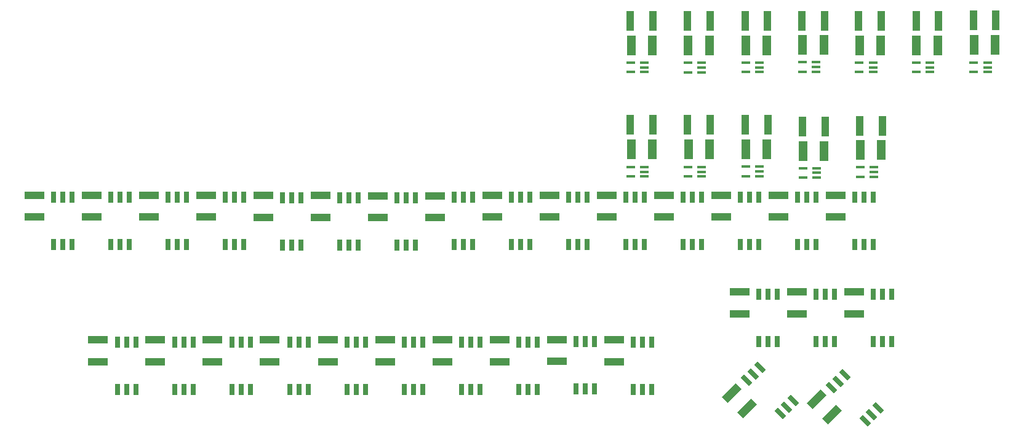
<source format=gbr>
%TF.GenerationSoftware,KiCad,Pcbnew,7.0.2-0*%
%TF.CreationDate,2023-04-25T00:34:15+03:00*%
%TF.ProjectId,PLC-CIM,504c432d-4349-44d2-9e6b-696361645f70,rev?*%
%TF.SameCoordinates,Original*%
%TF.FileFunction,Paste,Top*%
%TF.FilePolarity,Positive*%
%FSLAX46Y46*%
G04 Gerber Fmt 4.6, Leading zero omitted, Abs format (unit mm)*
G04 Created by KiCad (PCBNEW 7.0.2-0) date 2023-04-25 00:34:15*
%MOMM*%
%LPD*%
G01*
G04 APERTURE LIST*
G04 Aperture macros list*
%AMRotRect*
0 Rectangle, with rotation*
0 The origin of the aperture is its center*
0 $1 length*
0 $2 width*
0 $3 Rotation angle, in degrees counterclockwise*
0 Add horizontal line*
21,1,$1,$2,0,0,$3*%
G04 Aperture macros list end*
%ADD10R,0.700000X1.650000*%
%ADD11R,2.700000X1.100000*%
%ADD12RotRect,1.100000X2.700000X315.000000*%
%ADD13R,1.050000X2.800000*%
%ADD14R,1.200000X0.400000*%
%ADD15R,1.250000X2.750000*%
%ADD16RotRect,0.700000X1.650000X45.000000*%
G04 APERTURE END LIST*
D10*
%TO.C,IC42*%
X134239000Y-87861000D03*
X132969000Y-87861000D03*
X131699000Y-87861000D03*
X131699000Y-94361000D03*
X132969000Y-94361000D03*
X134239000Y-94361000D03*
%TD*%
D11*
%TO.C,R43*%
X113284000Y-87527000D03*
X113284000Y-90527000D03*
%TD*%
D12*
%TO.C,R1*%
X185629340Y-114763340D03*
X187750660Y-116884660D03*
%TD*%
D13*
%TO.C,R9*%
X203072400Y-63449200D03*
X206172400Y-63449200D03*
%TD*%
D14*
%TO.C,IC8*%
X173634400Y-84937600D03*
X173634400Y-84287600D03*
X173634400Y-83637600D03*
X171734400Y-83637600D03*
X171734400Y-84937600D03*
%TD*%
D12*
%TO.C,R24*%
X197313340Y-115652340D03*
X199434660Y-117773660D03*
%TD*%
D14*
%TO.C,IC21*%
X211015200Y-70549200D03*
X211015200Y-69249200D03*
X212915200Y-69249200D03*
X212915200Y-69899200D03*
X212915200Y-70549200D03*
%TD*%
D11*
%TO.C,R21*%
X202438000Y-100838000D03*
X202438000Y-103838000D03*
%TD*%
%TO.C,R52*%
X136906000Y-87579000D03*
X136906000Y-90579000D03*
%TD*%
%TO.C,R51*%
X144780000Y-87579000D03*
X144780000Y-90579000D03*
%TD*%
%TO.C,R41*%
X122047000Y-107466000D03*
X122047000Y-110466000D03*
%TD*%
D13*
%TO.C,R25*%
X187452000Y-63449200D03*
X190552000Y-63449200D03*
%TD*%
D15*
%TO.C,R36*%
X182527200Y-66852800D03*
X179627200Y-66852800D03*
%TD*%
D11*
%TO.C,R2*%
X199898000Y-87527000D03*
X199898000Y-90527000D03*
%TD*%
%TO.C,R46*%
X89652000Y-87527000D03*
X89652000Y-90527000D03*
%TD*%
%TO.C,R23*%
X186690000Y-100862000D03*
X186690000Y-103862000D03*
%TD*%
D15*
%TO.C,R17*%
X195450800Y-81432400D03*
X198350800Y-81432400D03*
%TD*%
D16*
%TO.C,IC18*%
X201164929Y-112246877D03*
X200266903Y-113144903D03*
X199368877Y-114042929D03*
X203965071Y-118639123D03*
X204863097Y-117741097D03*
X205761123Y-116843071D03*
%TD*%
D10*
%TO.C,IC38*%
X165735000Y-87809000D03*
X164465000Y-87809000D03*
X163195000Y-87809000D03*
X163195000Y-94309000D03*
X164465000Y-94309000D03*
X165735000Y-94309000D03*
%TD*%
D11*
%TO.C,R40*%
X130048000Y-107442000D03*
X130048000Y-110442000D03*
%TD*%
D10*
%TO.C,IC37*%
X166751000Y-107696000D03*
X165481000Y-107696000D03*
X164211000Y-107696000D03*
X164211000Y-114196000D03*
X165481000Y-114196000D03*
X166751000Y-114196000D03*
%TD*%
D14*
%TO.C,IC22*%
X218924800Y-70538800D03*
X218924800Y-69238800D03*
X220824800Y-69238800D03*
X220824800Y-69888800D03*
X220824800Y-70538800D03*
%TD*%
D10*
%TO.C,IC3*%
X197231000Y-87809000D03*
X195961000Y-87809000D03*
X194691000Y-87809000D03*
X194691000Y-94309000D03*
X195961000Y-94309000D03*
X197231000Y-94309000D03*
%TD*%
%TO.C,IC36*%
X174625000Y-107748000D03*
X173355000Y-107748000D03*
X172085000Y-107748000D03*
X172085000Y-114248000D03*
X173355000Y-114248000D03*
X174625000Y-114248000D03*
%TD*%
%TO.C,IC5*%
X181483000Y-87809000D03*
X180213000Y-87809000D03*
X178943000Y-87809000D03*
X178943000Y-94309000D03*
X180213000Y-94309000D03*
X181483000Y-94309000D03*
%TD*%
D13*
%TO.C,R12*%
X190576800Y-77825600D03*
X187476800Y-77825600D03*
%TD*%
D11*
%TO.C,R50*%
X152654000Y-87503000D03*
X152654000Y-90503000D03*
%TD*%
%TO.C,R4*%
X184150000Y-87527000D03*
X184150000Y-90527000D03*
%TD*%
D13*
%TO.C,R11*%
X198450800Y-78079600D03*
X195350800Y-78079600D03*
%TD*%
D10*
%TO.C,IC15*%
X207645000Y-101144000D03*
X206375000Y-101144000D03*
X205105000Y-101144000D03*
X205105000Y-107644000D03*
X206375000Y-107644000D03*
X207645000Y-107644000D03*
%TD*%
%TO.C,IC34*%
X102743000Y-87809000D03*
X101473000Y-87809000D03*
X100203000Y-87809000D03*
X100203000Y-94309000D03*
X101473000Y-94309000D03*
X102743000Y-94309000D03*
%TD*%
D11*
%TO.C,R54*%
X121158000Y-87555000D03*
X121158000Y-90555000D03*
%TD*%
D13*
%TO.C,R8*%
X174778000Y-77825600D03*
X171678000Y-77825600D03*
%TD*%
D15*
%TO.C,R18*%
X187576800Y-81178400D03*
X190476800Y-81178400D03*
%TD*%
%TO.C,R14*%
X171778000Y-81178400D03*
X174678000Y-81178400D03*
%TD*%
D10*
%TO.C,IC41*%
X142113000Y-87861000D03*
X140843000Y-87861000D03*
X139573000Y-87861000D03*
X139573000Y-94361000D03*
X140843000Y-94361000D03*
X142113000Y-94361000D03*
%TD*%
D14*
%TO.C,IC7*%
X181508400Y-84937600D03*
X181508400Y-84287600D03*
X181508400Y-83637600D03*
X179608400Y-83637600D03*
X179608400Y-84937600D03*
%TD*%
D10*
%TO.C,IC14*%
X103632000Y-107748000D03*
X102362000Y-107748000D03*
X101092000Y-107748000D03*
X101092000Y-114248000D03*
X102362000Y-114248000D03*
X103632000Y-114248000D03*
%TD*%
D11*
%TO.C,R37*%
X153670000Y-107442000D03*
X153670000Y-110442000D03*
%TD*%
%TO.C,R20*%
X98425000Y-107466000D03*
X98425000Y-110466000D03*
%TD*%
%TO.C,R45*%
X97536000Y-87527000D03*
X97536000Y-90527000D03*
%TD*%
D15*
%TO.C,R32*%
X198276800Y-66802000D03*
X195376800Y-66802000D03*
%TD*%
D10*
%TO.C,IC30*%
X119380000Y-107748000D03*
X118110000Y-107748000D03*
X116840000Y-107748000D03*
X116840000Y-114248000D03*
X118110000Y-114248000D03*
X119380000Y-114248000D03*
%TD*%
%TO.C,IC26*%
X151003000Y-107748000D03*
X149733000Y-107748000D03*
X148463000Y-107748000D03*
X148463000Y-114248000D03*
X149733000Y-114248000D03*
X151003000Y-114248000D03*
%TD*%
%TO.C,IC35*%
X94869000Y-87809000D03*
X93599000Y-87809000D03*
X92329000Y-87809000D03*
X92329000Y-94309000D03*
X93599000Y-94309000D03*
X94869000Y-94309000D03*
%TD*%
D15*
%TO.C,R31*%
X190452000Y-66852800D03*
X187552000Y-66852800D03*
%TD*%
D16*
%TO.C,IC1*%
X189480929Y-111230877D03*
X188582903Y-112128903D03*
X187684877Y-113026929D03*
X192281071Y-117623123D03*
X193179097Y-116725097D03*
X194077123Y-115827071D03*
%TD*%
D15*
%TO.C,R13*%
X179652000Y-81178400D03*
X182552000Y-81178400D03*
%TD*%
D14*
%TO.C,IC11*%
X197327600Y-85090000D03*
X197327600Y-84440000D03*
X197327600Y-83790000D03*
X195427600Y-83790000D03*
X195427600Y-85090000D03*
%TD*%
D11*
%TO.C,R22*%
X194564000Y-100838000D03*
X194564000Y-103838000D03*
%TD*%
%TO.C,R42*%
X114173000Y-107466000D03*
X114173000Y-110466000D03*
%TD*%
%TO.C,R53*%
X129032000Y-87555000D03*
X129032000Y-90555000D03*
%TD*%
D15*
%TO.C,R35*%
X174678000Y-66852800D03*
X171778000Y-66852800D03*
%TD*%
D14*
%TO.C,IC20*%
X195326000Y-70500000D03*
X195326000Y-69200000D03*
X197226000Y-69200000D03*
X197226000Y-69850000D03*
X197226000Y-70500000D03*
%TD*%
D10*
%TO.C,IC2*%
X205105000Y-87809000D03*
X203835000Y-87809000D03*
X202565000Y-87809000D03*
X202565000Y-94309000D03*
X203835000Y-94309000D03*
X205105000Y-94309000D03*
%TD*%
D13*
%TO.C,R26*%
X195300000Y-63449200D03*
X198400000Y-63449200D03*
%TD*%
D10*
%TO.C,IC13*%
X111506000Y-107748000D03*
X110236000Y-107748000D03*
X108966000Y-107748000D03*
X108966000Y-114248000D03*
X110236000Y-114248000D03*
X111506000Y-114248000D03*
%TD*%
D14*
%TO.C,IC24*%
X179604000Y-70561200D03*
X179604000Y-69261200D03*
X181504000Y-69261200D03*
X181504000Y-69911200D03*
X181504000Y-70561200D03*
%TD*%
D10*
%TO.C,IC27*%
X143129000Y-107748000D03*
X141859000Y-107748000D03*
X140589000Y-107748000D03*
X140589000Y-114248000D03*
X141859000Y-114248000D03*
X143129000Y-114248000D03*
%TD*%
%TO.C,IC39*%
X157861000Y-87809000D03*
X156591000Y-87809000D03*
X155321000Y-87809000D03*
X155321000Y-94309000D03*
X156591000Y-94309000D03*
X157861000Y-94309000D03*
%TD*%
D13*
%TO.C,R29*%
X171678000Y-63449200D03*
X174778000Y-63449200D03*
%TD*%
D10*
%TO.C,IC40*%
X149987000Y-87809000D03*
X148717000Y-87809000D03*
X147447000Y-87809000D03*
X147447000Y-94309000D03*
X148717000Y-94309000D03*
X149987000Y-94309000D03*
%TD*%
D15*
%TO.C,R15*%
X206100000Y-66852800D03*
X203200000Y-66852800D03*
%TD*%
D14*
%TO.C,IC23*%
X171734400Y-70540400D03*
X171734400Y-69240400D03*
X173634400Y-69240400D03*
X173634400Y-69890400D03*
X173634400Y-70540400D03*
%TD*%
D11*
%TO.C,R47*%
X169418000Y-107466000D03*
X169418000Y-110466000D03*
%TD*%
%TO.C,R6*%
X168402000Y-87527000D03*
X168402000Y-90527000D03*
%TD*%
D13*
%TO.C,R30*%
X182627200Y-63449200D03*
X179527200Y-63449200D03*
%TD*%
D11*
%TO.C,R5*%
X176276000Y-87527000D03*
X176276000Y-90527000D03*
%TD*%
%TO.C,R3*%
X192024000Y-87527000D03*
X192024000Y-90527000D03*
%TD*%
D14*
%TO.C,IC19*%
X187528800Y-70540400D03*
X187528800Y-69240400D03*
X189428800Y-69240400D03*
X189428800Y-69890400D03*
X189428800Y-70540400D03*
%TD*%
D13*
%TO.C,R10*%
X206324800Y-77927200D03*
X203224800Y-77927200D03*
%TD*%
D10*
%TO.C,IC25*%
X158877000Y-107748000D03*
X157607000Y-107748000D03*
X156337000Y-107748000D03*
X156337000Y-114248000D03*
X157607000Y-114248000D03*
X158877000Y-114248000D03*
%TD*%
D15*
%TO.C,R34*%
X221848000Y-66800400D03*
X218948000Y-66800400D03*
%TD*%
D11*
%TO.C,R44*%
X105449000Y-87527000D03*
X105449000Y-90527000D03*
%TD*%
D10*
%TO.C,IC33*%
X110617000Y-87809000D03*
X109347000Y-87809000D03*
X108077000Y-87809000D03*
X108077000Y-94309000D03*
X109347000Y-94309000D03*
X110617000Y-94309000D03*
%TD*%
%TO.C,IC28*%
X135255000Y-107748000D03*
X133985000Y-107748000D03*
X132715000Y-107748000D03*
X132715000Y-114248000D03*
X133985000Y-114248000D03*
X135255000Y-114248000D03*
%TD*%
D14*
%TO.C,IC10*%
X205181200Y-84967600D03*
X205181200Y-84317600D03*
X205181200Y-83667600D03*
X203281200Y-83667600D03*
X203281200Y-84967600D03*
%TD*%
D15*
%TO.C,R16*%
X203324800Y-81280000D03*
X206224800Y-81280000D03*
%TD*%
D10*
%TO.C,IC17*%
X191897000Y-101144000D03*
X190627000Y-101144000D03*
X189357000Y-101144000D03*
X189357000Y-107644000D03*
X190627000Y-107644000D03*
X191897000Y-107644000D03*
%TD*%
D11*
%TO.C,R19*%
X106299000Y-107466000D03*
X106299000Y-110466000D03*
%TD*%
D10*
%TO.C,IC32*%
X118491000Y-87809000D03*
X117221000Y-87809000D03*
X115951000Y-87809000D03*
X115951000Y-94309000D03*
X117221000Y-94309000D03*
X118491000Y-94309000D03*
%TD*%
D13*
%TO.C,R7*%
X182652000Y-77825600D03*
X179552000Y-77825600D03*
%TD*%
D10*
%TO.C,IC29*%
X127381000Y-107748000D03*
X126111000Y-107748000D03*
X124841000Y-107748000D03*
X124841000Y-114248000D03*
X126111000Y-114248000D03*
X127381000Y-114248000D03*
%TD*%
D14*
%TO.C,IC12*%
X189453600Y-84886800D03*
X189453600Y-84236800D03*
X189453600Y-83586800D03*
X187553600Y-83586800D03*
X187553600Y-84886800D03*
%TD*%
D10*
%TO.C,IC6*%
X173609000Y-87809000D03*
X172339000Y-87809000D03*
X171069000Y-87809000D03*
X171069000Y-94309000D03*
X172339000Y-94309000D03*
X173609000Y-94309000D03*
%TD*%
D13*
%TO.C,R27*%
X210974000Y-63447600D03*
X214074000Y-63447600D03*
%TD*%
D10*
%TO.C,IC16*%
X199771000Y-101144000D03*
X198501000Y-101144000D03*
X197231000Y-101144000D03*
X197231000Y-107644000D03*
X198501000Y-107644000D03*
X199771000Y-107644000D03*
%TD*%
D11*
%TO.C,R39*%
X137922000Y-107466000D03*
X137922000Y-110466000D03*
%TD*%
%TO.C,R49*%
X160528000Y-87503000D03*
X160528000Y-90503000D03*
%TD*%
D15*
%TO.C,R33*%
X213950800Y-66851200D03*
X211050800Y-66851200D03*
%TD*%
D10*
%TO.C,IC43*%
X126365000Y-87861000D03*
X125095000Y-87861000D03*
X123825000Y-87861000D03*
X123825000Y-94361000D03*
X125095000Y-94361000D03*
X126365000Y-94361000D03*
%TD*%
D11*
%TO.C,R38*%
X145796000Y-107466000D03*
X145796000Y-110466000D03*
%TD*%
D10*
%TO.C,IC4*%
X189357000Y-87809000D03*
X188087000Y-87809000D03*
X186817000Y-87809000D03*
X186817000Y-94309000D03*
X188087000Y-94309000D03*
X189357000Y-94309000D03*
%TD*%
D11*
%TO.C,R48*%
X161544000Y-107414000D03*
X161544000Y-110414000D03*
%TD*%
D14*
%TO.C,IC9*%
X203168800Y-70540400D03*
X203168800Y-69240400D03*
X205068800Y-69240400D03*
X205068800Y-69890400D03*
X205068800Y-70540400D03*
%TD*%
D13*
%TO.C,R28*%
X218848000Y-63396800D03*
X221948000Y-63396800D03*
%TD*%
M02*

</source>
